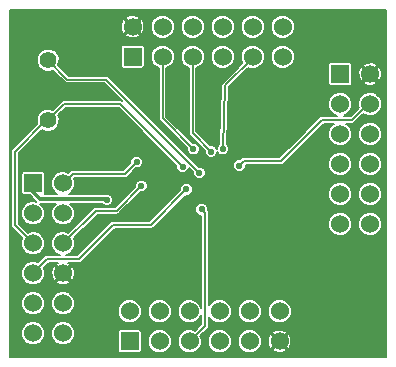
<source format=gbl>
G04 (created by PCBNEW (25-Oct-2014 BZR 4029)-stable) date Tue 03 Feb 2015 19:56:06 CET*
%MOIN*%
G04 Gerber Fmt 3.4, Leading zero omitted, Abs format*
%FSLAX34Y34*%
G01*
G70*
G90*
G04 APERTURE LIST*
%ADD10C,0.006*%
%ADD11R,0.06X0.06*%
%ADD12C,0.06*%
%ADD13C,0.056*%
%ADD14C,0.0217*%
%ADD15C,0.0118*%
%ADD16C,0.0059*%
G04 APERTURE END LIST*
G54D10*
G54D11*
X30405Y-31653D03*
G54D12*
X31405Y-31653D03*
X30405Y-32653D03*
X31405Y-32653D03*
X30405Y-33653D03*
X31405Y-33653D03*
X30405Y-34653D03*
X31405Y-34653D03*
X30405Y-35653D03*
X31405Y-35653D03*
X30405Y-36653D03*
X31405Y-36653D03*
G54D11*
X33720Y-27429D03*
G54D12*
X33720Y-26429D03*
X34720Y-27429D03*
X34720Y-26429D03*
X35720Y-27429D03*
X35720Y-26429D03*
X36720Y-27429D03*
X36720Y-26429D03*
X37720Y-27429D03*
X37720Y-26429D03*
X38720Y-27429D03*
X38720Y-26429D03*
G54D11*
X40641Y-28011D03*
G54D12*
X41641Y-28011D03*
X40641Y-29011D03*
X41641Y-29011D03*
X40641Y-30011D03*
X41641Y-30011D03*
X40641Y-31011D03*
X41641Y-31011D03*
X40641Y-32011D03*
X41641Y-32011D03*
X40641Y-33011D03*
X41641Y-33011D03*
G54D11*
X33622Y-36917D03*
G54D12*
X33622Y-35917D03*
X34622Y-36917D03*
X34622Y-35917D03*
X35622Y-36917D03*
X35622Y-35917D03*
X36622Y-36917D03*
X36622Y-35917D03*
X37622Y-36917D03*
X37622Y-35917D03*
X38622Y-36917D03*
X38622Y-35917D03*
G54D13*
X30905Y-27543D03*
X30905Y-29543D03*
G54D14*
X36338Y-30590D03*
X35511Y-31850D03*
X35393Y-31102D03*
X35944Y-31299D03*
X34015Y-31732D03*
X37283Y-31062D03*
X36023Y-32519D03*
X36732Y-30511D03*
X35748Y-30511D03*
X33858Y-30944D03*
X32874Y-32204D03*
X37401Y-33858D03*
X38543Y-29960D03*
X33031Y-29960D03*
X35157Y-28307D03*
X35511Y-32283D03*
X40039Y-34212D03*
X37303Y-30649D03*
G54D10*
X35720Y-29972D02*
X35720Y-27429D01*
X36338Y-30590D02*
X35720Y-29972D01*
X30405Y-34653D02*
X30405Y-34633D01*
X31929Y-34173D02*
X30866Y-34173D01*
X33070Y-33031D02*
X31929Y-34173D01*
X34330Y-33031D02*
X33070Y-33031D01*
X35511Y-31850D02*
X34330Y-33031D01*
X30405Y-34633D02*
X30866Y-34173D01*
X31433Y-29015D02*
X30905Y-29543D01*
X33307Y-29015D02*
X31433Y-29015D01*
X35393Y-31102D02*
X33307Y-29015D01*
X30905Y-29543D02*
X30850Y-29543D01*
X29803Y-33051D02*
X30405Y-33653D01*
X29803Y-30590D02*
X29803Y-33051D01*
X30850Y-29543D02*
X29803Y-30590D01*
X31551Y-28188D02*
X30905Y-27543D01*
X32834Y-28188D02*
X31551Y-28188D01*
X35944Y-31299D02*
X32834Y-28188D01*
X32500Y-32559D02*
X31405Y-33653D01*
X33188Y-32559D02*
X32500Y-32559D01*
X34015Y-31732D02*
X33188Y-32559D01*
X41641Y-29011D02*
X41559Y-29011D01*
X38661Y-30905D02*
X40039Y-29527D01*
X37440Y-30905D02*
X38326Y-30905D01*
X37283Y-31062D02*
X37440Y-30905D01*
X38326Y-30905D02*
X38661Y-30905D01*
X41043Y-29527D02*
X40039Y-29527D01*
X41559Y-29011D02*
X41043Y-29527D01*
X36141Y-36397D02*
X35622Y-36917D01*
X36141Y-32637D02*
X36141Y-36397D01*
X36023Y-32519D02*
X36141Y-32637D01*
X37720Y-27476D02*
X37720Y-27429D01*
X36811Y-28385D02*
X37720Y-27476D01*
X36732Y-30511D02*
X36811Y-28385D01*
X34720Y-29484D02*
X34720Y-27429D01*
X35748Y-30511D02*
X34720Y-29484D01*
X31720Y-31338D02*
X31405Y-31653D01*
X33464Y-31338D02*
X31720Y-31338D01*
X33858Y-30944D02*
X33464Y-31338D01*
G54D15*
X30748Y-32165D02*
X30629Y-32165D01*
X32834Y-32165D02*
X30748Y-32165D01*
X32874Y-32204D02*
X32834Y-32165D01*
X30405Y-31940D02*
X30405Y-31653D01*
X30629Y-32165D02*
X30405Y-31940D01*
G54D10*
G36*
X42175Y-37450D02*
X42042Y-37450D01*
X42042Y-32932D01*
X42042Y-31932D01*
X42042Y-30932D01*
X42042Y-29932D01*
X42042Y-28932D01*
X42032Y-28909D01*
X42032Y-28075D01*
X42027Y-27920D01*
X41978Y-27803D01*
X41926Y-27769D01*
X41884Y-27810D01*
X41884Y-27727D01*
X41850Y-27674D01*
X41705Y-27620D01*
X41550Y-27626D01*
X41433Y-27674D01*
X41398Y-27727D01*
X41641Y-27970D01*
X41884Y-27727D01*
X41884Y-27810D01*
X41683Y-28011D01*
X41926Y-28254D01*
X41978Y-28220D01*
X42032Y-28075D01*
X42032Y-28909D01*
X41981Y-28785D01*
X41884Y-28688D01*
X41884Y-28296D01*
X41641Y-28053D01*
X41600Y-28095D01*
X41600Y-28011D01*
X41357Y-27769D01*
X41304Y-27803D01*
X41250Y-27948D01*
X41256Y-28102D01*
X41304Y-28220D01*
X41357Y-28254D01*
X41600Y-28011D01*
X41600Y-28095D01*
X41398Y-28296D01*
X41433Y-28348D01*
X41578Y-28402D01*
X41732Y-28397D01*
X41850Y-28348D01*
X41884Y-28296D01*
X41884Y-28688D01*
X41868Y-28672D01*
X41721Y-28611D01*
X41562Y-28611D01*
X41415Y-28672D01*
X41302Y-28784D01*
X41241Y-28931D01*
X41241Y-29091D01*
X41257Y-29129D01*
X40989Y-29397D01*
X40757Y-29397D01*
X40868Y-29351D01*
X40981Y-29238D01*
X41042Y-29091D01*
X41042Y-28932D01*
X41042Y-28932D01*
X41042Y-28291D01*
X41042Y-27691D01*
X41026Y-27654D01*
X40998Y-27626D01*
X40961Y-27611D01*
X40921Y-27611D01*
X40321Y-27611D01*
X40284Y-27626D01*
X40256Y-27654D01*
X40241Y-27691D01*
X40241Y-27731D01*
X40241Y-28331D01*
X40256Y-28368D01*
X40284Y-28396D01*
X40321Y-28412D01*
X40361Y-28412D01*
X40961Y-28412D01*
X40998Y-28397D01*
X41026Y-28368D01*
X41042Y-28331D01*
X41042Y-28291D01*
X41042Y-28932D01*
X40981Y-28785D01*
X40868Y-28672D01*
X40721Y-28611D01*
X40562Y-28611D01*
X40415Y-28672D01*
X40302Y-28784D01*
X40241Y-28931D01*
X40241Y-29091D01*
X40302Y-29238D01*
X40414Y-29351D01*
X40525Y-29397D01*
X40039Y-29397D01*
X39989Y-29407D01*
X39947Y-29435D01*
X39121Y-30261D01*
X39121Y-27349D01*
X39121Y-26349D01*
X39060Y-26202D01*
X38947Y-26089D01*
X38800Y-26028D01*
X38641Y-26028D01*
X38493Y-26089D01*
X38381Y-26201D01*
X38320Y-26349D01*
X38319Y-26508D01*
X38380Y-26655D01*
X38493Y-26768D01*
X38640Y-26829D01*
X38799Y-26829D01*
X38947Y-26768D01*
X39059Y-26656D01*
X39120Y-26509D01*
X39121Y-26349D01*
X39121Y-27349D01*
X39060Y-27202D01*
X38947Y-27089D01*
X38800Y-27028D01*
X38641Y-27028D01*
X38493Y-27089D01*
X38381Y-27201D01*
X38320Y-27349D01*
X38319Y-27508D01*
X38380Y-27655D01*
X38493Y-27768D01*
X38640Y-27829D01*
X38799Y-27829D01*
X38947Y-27768D01*
X39059Y-27656D01*
X39120Y-27509D01*
X39121Y-27349D01*
X39121Y-30261D01*
X38607Y-30775D01*
X38326Y-30775D01*
X38121Y-30775D01*
X38121Y-27349D01*
X38121Y-26349D01*
X38060Y-26202D01*
X37947Y-26089D01*
X37800Y-26028D01*
X37641Y-26028D01*
X37493Y-26089D01*
X37381Y-26201D01*
X37320Y-26349D01*
X37319Y-26508D01*
X37380Y-26655D01*
X37493Y-26768D01*
X37640Y-26829D01*
X37799Y-26829D01*
X37947Y-26768D01*
X38059Y-26656D01*
X38120Y-26509D01*
X38121Y-26349D01*
X38121Y-27349D01*
X38060Y-27202D01*
X37947Y-27089D01*
X37800Y-27028D01*
X37641Y-27028D01*
X37493Y-27089D01*
X37381Y-27201D01*
X37320Y-27349D01*
X37319Y-27508D01*
X37373Y-27638D01*
X37121Y-27891D01*
X37121Y-27349D01*
X37121Y-26349D01*
X37060Y-26202D01*
X36947Y-26089D01*
X36800Y-26028D01*
X36641Y-26028D01*
X36493Y-26089D01*
X36381Y-26201D01*
X36320Y-26349D01*
X36319Y-26508D01*
X36380Y-26655D01*
X36493Y-26768D01*
X36640Y-26829D01*
X36799Y-26829D01*
X36947Y-26768D01*
X37059Y-26656D01*
X37120Y-26509D01*
X37121Y-26349D01*
X37121Y-27349D01*
X37060Y-27202D01*
X36947Y-27089D01*
X36800Y-27028D01*
X36641Y-27028D01*
X36493Y-27089D01*
X36381Y-27201D01*
X36320Y-27349D01*
X36319Y-27508D01*
X36380Y-27655D01*
X36493Y-27768D01*
X36640Y-27829D01*
X36799Y-27829D01*
X36947Y-27768D01*
X37059Y-27656D01*
X37120Y-27509D01*
X37121Y-27349D01*
X37121Y-27891D01*
X36723Y-28289D01*
X36721Y-28290D01*
X36719Y-28292D01*
X36718Y-28293D01*
X36715Y-28298D01*
X36691Y-28331D01*
X36690Y-28335D01*
X36690Y-28335D01*
X36690Y-28338D01*
X36679Y-28381D01*
X36608Y-30340D01*
X36555Y-30393D01*
X36523Y-30470D01*
X36523Y-30490D01*
X36515Y-30472D01*
X36457Y-30413D01*
X36380Y-30381D01*
X36314Y-30381D01*
X35850Y-29918D01*
X35850Y-27808D01*
X35947Y-27768D01*
X36059Y-27656D01*
X36120Y-27509D01*
X36121Y-27349D01*
X36121Y-26349D01*
X36060Y-26202D01*
X35947Y-26089D01*
X35800Y-26028D01*
X35641Y-26028D01*
X35493Y-26089D01*
X35381Y-26201D01*
X35320Y-26349D01*
X35319Y-26508D01*
X35380Y-26655D01*
X35493Y-26768D01*
X35640Y-26829D01*
X35799Y-26829D01*
X35947Y-26768D01*
X36059Y-26656D01*
X36120Y-26509D01*
X36121Y-26349D01*
X36121Y-27349D01*
X36060Y-27202D01*
X35947Y-27089D01*
X35800Y-27028D01*
X35641Y-27028D01*
X35493Y-27089D01*
X35381Y-27201D01*
X35320Y-27349D01*
X35319Y-27508D01*
X35380Y-27655D01*
X35493Y-27768D01*
X35590Y-27808D01*
X35590Y-29972D01*
X35599Y-30022D01*
X35628Y-30064D01*
X36129Y-30566D01*
X36129Y-30631D01*
X36161Y-30708D01*
X36220Y-30767D01*
X36296Y-30799D01*
X36379Y-30799D01*
X36456Y-30767D01*
X36515Y-30709D01*
X36547Y-30632D01*
X36547Y-30611D01*
X36555Y-30630D01*
X36613Y-30688D01*
X36690Y-30720D01*
X36773Y-30720D01*
X36850Y-30689D01*
X36909Y-30630D01*
X36941Y-30553D01*
X36941Y-30470D01*
X36909Y-30393D01*
X36868Y-30352D01*
X36938Y-28442D01*
X37577Y-27803D01*
X37640Y-27829D01*
X37799Y-27829D01*
X37947Y-27768D01*
X38059Y-27656D01*
X38120Y-27509D01*
X38121Y-27349D01*
X38121Y-30775D01*
X37440Y-30775D01*
X37391Y-30784D01*
X37348Y-30813D01*
X37307Y-30854D01*
X37242Y-30853D01*
X37165Y-30885D01*
X37106Y-30944D01*
X37074Y-31021D01*
X37074Y-31104D01*
X37106Y-31181D01*
X37164Y-31240D01*
X37241Y-31271D01*
X37324Y-31271D01*
X37401Y-31240D01*
X37460Y-31181D01*
X37492Y-31104D01*
X37492Y-31038D01*
X37494Y-31035D01*
X38326Y-31035D01*
X38661Y-31035D01*
X38711Y-31026D01*
X38753Y-30997D01*
X40093Y-29658D01*
X40449Y-29658D01*
X40415Y-29672D01*
X40302Y-29784D01*
X40241Y-29931D01*
X40241Y-30091D01*
X40302Y-30238D01*
X40414Y-30351D01*
X40561Y-30412D01*
X40721Y-30412D01*
X40868Y-30351D01*
X40981Y-30238D01*
X41042Y-30091D01*
X41042Y-29932D01*
X40981Y-29785D01*
X40868Y-29672D01*
X40833Y-29658D01*
X41043Y-29658D01*
X41093Y-29648D01*
X41135Y-29619D01*
X41409Y-29345D01*
X41414Y-29351D01*
X41561Y-29412D01*
X41721Y-29412D01*
X41868Y-29351D01*
X41981Y-29238D01*
X42042Y-29091D01*
X42042Y-28932D01*
X42042Y-29932D01*
X41981Y-29785D01*
X41868Y-29672D01*
X41721Y-29611D01*
X41562Y-29611D01*
X41415Y-29672D01*
X41302Y-29784D01*
X41241Y-29931D01*
X41241Y-30091D01*
X41302Y-30238D01*
X41414Y-30351D01*
X41561Y-30412D01*
X41721Y-30412D01*
X41868Y-30351D01*
X41981Y-30238D01*
X42042Y-30091D01*
X42042Y-29932D01*
X42042Y-30932D01*
X41981Y-30785D01*
X41868Y-30672D01*
X41721Y-30611D01*
X41562Y-30611D01*
X41415Y-30672D01*
X41302Y-30784D01*
X41241Y-30931D01*
X41241Y-31091D01*
X41302Y-31238D01*
X41414Y-31351D01*
X41561Y-31412D01*
X41721Y-31412D01*
X41868Y-31351D01*
X41981Y-31238D01*
X42042Y-31091D01*
X42042Y-30932D01*
X42042Y-31932D01*
X41981Y-31785D01*
X41868Y-31672D01*
X41721Y-31611D01*
X41562Y-31611D01*
X41415Y-31672D01*
X41302Y-31784D01*
X41241Y-31931D01*
X41241Y-32091D01*
X41302Y-32238D01*
X41414Y-32351D01*
X41561Y-32412D01*
X41721Y-32412D01*
X41868Y-32351D01*
X41981Y-32238D01*
X42042Y-32091D01*
X42042Y-31932D01*
X42042Y-32932D01*
X41981Y-32785D01*
X41868Y-32672D01*
X41721Y-32611D01*
X41562Y-32611D01*
X41415Y-32672D01*
X41302Y-32784D01*
X41241Y-32931D01*
X41241Y-33091D01*
X41302Y-33238D01*
X41414Y-33351D01*
X41561Y-33412D01*
X41721Y-33412D01*
X41868Y-33351D01*
X41981Y-33238D01*
X42042Y-33091D01*
X42042Y-32932D01*
X42042Y-37450D01*
X41042Y-37450D01*
X41042Y-32932D01*
X41042Y-31932D01*
X41042Y-30932D01*
X40981Y-30785D01*
X40868Y-30672D01*
X40721Y-30611D01*
X40562Y-30611D01*
X40415Y-30672D01*
X40302Y-30784D01*
X40241Y-30931D01*
X40241Y-31091D01*
X40302Y-31238D01*
X40414Y-31351D01*
X40561Y-31412D01*
X40721Y-31412D01*
X40868Y-31351D01*
X40981Y-31238D01*
X41042Y-31091D01*
X41042Y-30932D01*
X41042Y-31932D01*
X40981Y-31785D01*
X40868Y-31672D01*
X40721Y-31611D01*
X40562Y-31611D01*
X40415Y-31672D01*
X40302Y-31784D01*
X40241Y-31931D01*
X40241Y-32091D01*
X40302Y-32238D01*
X40414Y-32351D01*
X40561Y-32412D01*
X40721Y-32412D01*
X40868Y-32351D01*
X40981Y-32238D01*
X41042Y-32091D01*
X41042Y-31932D01*
X41042Y-32932D01*
X40981Y-32785D01*
X40868Y-32672D01*
X40721Y-32611D01*
X40562Y-32611D01*
X40415Y-32672D01*
X40302Y-32784D01*
X40241Y-32931D01*
X40241Y-33091D01*
X40302Y-33238D01*
X40414Y-33351D01*
X40561Y-33412D01*
X40721Y-33412D01*
X40868Y-33351D01*
X40981Y-33238D01*
X41042Y-33091D01*
X41042Y-32932D01*
X41042Y-37450D01*
X39022Y-37450D01*
X39022Y-35838D01*
X38961Y-35690D01*
X38849Y-35578D01*
X38702Y-35516D01*
X38542Y-35516D01*
X38395Y-35577D01*
X38282Y-35690D01*
X38221Y-35837D01*
X38221Y-35996D01*
X38282Y-36143D01*
X38394Y-36256D01*
X38542Y-36317D01*
X38701Y-36317D01*
X38848Y-36257D01*
X38961Y-36144D01*
X39022Y-35997D01*
X39022Y-35838D01*
X39022Y-37450D01*
X39013Y-37450D01*
X39013Y-36980D01*
X39007Y-36826D01*
X38958Y-36709D01*
X38906Y-36674D01*
X38864Y-36716D01*
X38864Y-36632D01*
X38830Y-36580D01*
X38685Y-36526D01*
X38531Y-36531D01*
X38413Y-36580D01*
X38379Y-36632D01*
X38622Y-36875D01*
X38864Y-36632D01*
X38864Y-36716D01*
X38663Y-36917D01*
X38906Y-37160D01*
X38958Y-37125D01*
X39013Y-36980D01*
X39013Y-37450D01*
X38864Y-37450D01*
X38864Y-37201D01*
X38622Y-36959D01*
X38580Y-37000D01*
X38580Y-36917D01*
X38337Y-36674D01*
X38285Y-36709D01*
X38231Y-36853D01*
X38236Y-37008D01*
X38285Y-37125D01*
X38337Y-37160D01*
X38580Y-36917D01*
X38580Y-37000D01*
X38379Y-37201D01*
X38413Y-37254D01*
X38558Y-37308D01*
X38712Y-37302D01*
X38830Y-37254D01*
X38864Y-37201D01*
X38864Y-37450D01*
X38022Y-37450D01*
X38022Y-36838D01*
X38022Y-35838D01*
X37961Y-35690D01*
X37849Y-35578D01*
X37702Y-35516D01*
X37542Y-35516D01*
X37395Y-35577D01*
X37282Y-35690D01*
X37221Y-35837D01*
X37221Y-35996D01*
X37282Y-36143D01*
X37394Y-36256D01*
X37542Y-36317D01*
X37701Y-36317D01*
X37848Y-36257D01*
X37961Y-36144D01*
X38022Y-35997D01*
X38022Y-35838D01*
X38022Y-36838D01*
X37961Y-36690D01*
X37849Y-36578D01*
X37702Y-36516D01*
X37542Y-36516D01*
X37395Y-36577D01*
X37282Y-36690D01*
X37221Y-36837D01*
X37221Y-36996D01*
X37282Y-37143D01*
X37394Y-37256D01*
X37542Y-37317D01*
X37701Y-37317D01*
X37848Y-37257D01*
X37961Y-37144D01*
X38022Y-36997D01*
X38022Y-36838D01*
X38022Y-37450D01*
X37022Y-37450D01*
X37022Y-36838D01*
X37022Y-35838D01*
X36961Y-35690D01*
X36849Y-35578D01*
X36702Y-35516D01*
X36542Y-35516D01*
X36395Y-35577D01*
X36282Y-35690D01*
X36272Y-35715D01*
X36272Y-32637D01*
X36262Y-32587D01*
X36233Y-32545D01*
X36232Y-32544D01*
X36232Y-32478D01*
X36200Y-32401D01*
X36153Y-32354D01*
X36153Y-31257D01*
X36122Y-31181D01*
X36063Y-31122D01*
X35986Y-31090D01*
X35957Y-31090D01*
X35957Y-30470D01*
X35925Y-30393D01*
X35866Y-30334D01*
X35789Y-30302D01*
X35723Y-30302D01*
X34850Y-29430D01*
X34850Y-27808D01*
X34947Y-27768D01*
X35059Y-27656D01*
X35120Y-27509D01*
X35121Y-27349D01*
X35121Y-26349D01*
X35060Y-26202D01*
X34947Y-26089D01*
X34800Y-26028D01*
X34641Y-26028D01*
X34493Y-26089D01*
X34381Y-26201D01*
X34320Y-26349D01*
X34319Y-26508D01*
X34380Y-26655D01*
X34493Y-26768D01*
X34640Y-26829D01*
X34799Y-26829D01*
X34947Y-26768D01*
X35059Y-26656D01*
X35120Y-26509D01*
X35121Y-26349D01*
X35121Y-27349D01*
X35060Y-27202D01*
X34947Y-27089D01*
X34800Y-27028D01*
X34641Y-27028D01*
X34493Y-27089D01*
X34381Y-27201D01*
X34320Y-27349D01*
X34319Y-27508D01*
X34380Y-27655D01*
X34493Y-27768D01*
X34590Y-27808D01*
X34590Y-29484D01*
X34599Y-29534D01*
X34628Y-29576D01*
X35539Y-30487D01*
X35539Y-30553D01*
X35570Y-30630D01*
X35629Y-30688D01*
X35706Y-30720D01*
X35789Y-30720D01*
X35866Y-30689D01*
X35925Y-30630D01*
X35956Y-30553D01*
X35957Y-30470D01*
X35957Y-31090D01*
X35920Y-31090D01*
X34120Y-29290D01*
X34120Y-27709D01*
X34120Y-27109D01*
X34111Y-27086D01*
X34111Y-26492D01*
X34106Y-26338D01*
X34057Y-26220D01*
X34004Y-26186D01*
X33963Y-26228D01*
X33963Y-26144D01*
X33928Y-26092D01*
X33784Y-26038D01*
X33629Y-26043D01*
X33512Y-26092D01*
X33477Y-26144D01*
X33720Y-26387D01*
X33963Y-26144D01*
X33963Y-26228D01*
X33762Y-26429D01*
X34004Y-26671D01*
X34057Y-26637D01*
X34111Y-26492D01*
X34111Y-27086D01*
X34105Y-27072D01*
X34077Y-27044D01*
X34040Y-27028D01*
X34000Y-27028D01*
X33963Y-27028D01*
X33963Y-26713D01*
X33720Y-26470D01*
X33678Y-26512D01*
X33678Y-26429D01*
X33435Y-26186D01*
X33383Y-26220D01*
X33329Y-26365D01*
X33334Y-26520D01*
X33383Y-26637D01*
X33435Y-26671D01*
X33678Y-26429D01*
X33678Y-26512D01*
X33477Y-26713D01*
X33512Y-26766D01*
X33656Y-26820D01*
X33811Y-26814D01*
X33928Y-26766D01*
X33963Y-26713D01*
X33963Y-27028D01*
X33400Y-27028D01*
X33363Y-27043D01*
X33335Y-27072D01*
X33320Y-27109D01*
X33319Y-27149D01*
X33319Y-27749D01*
X33335Y-27785D01*
X33363Y-27814D01*
X33400Y-27829D01*
X33440Y-27829D01*
X34040Y-27829D01*
X34077Y-27814D01*
X34105Y-27786D01*
X34120Y-27749D01*
X34120Y-27709D01*
X34120Y-29290D01*
X32926Y-28096D01*
X32884Y-28068D01*
X32834Y-28058D01*
X31605Y-28058D01*
X31250Y-27704D01*
X31285Y-27619D01*
X31286Y-27467D01*
X31228Y-27328D01*
X31121Y-27220D01*
X30981Y-27162D01*
X30830Y-27162D01*
X30690Y-27220D01*
X30583Y-27327D01*
X30525Y-27467D01*
X30524Y-27618D01*
X30582Y-27758D01*
X30689Y-27865D01*
X30829Y-27923D01*
X30980Y-27923D01*
X31066Y-27888D01*
X31458Y-28281D01*
X31501Y-28309D01*
X31551Y-28319D01*
X32780Y-28319D01*
X33356Y-28895D01*
X33307Y-28885D01*
X31433Y-28885D01*
X31383Y-28895D01*
X31340Y-28923D01*
X31066Y-29198D01*
X30981Y-29162D01*
X30830Y-29162D01*
X30690Y-29220D01*
X30583Y-29327D01*
X30525Y-29467D01*
X30524Y-29618D01*
X30544Y-29665D01*
X29710Y-30498D01*
X29682Y-30540D01*
X29672Y-30590D01*
X29672Y-33051D01*
X29682Y-33101D01*
X29710Y-33143D01*
X30044Y-33477D01*
X30005Y-33573D01*
X30004Y-33732D01*
X30065Y-33880D01*
X30178Y-33992D01*
X30325Y-34053D01*
X30484Y-34054D01*
X30632Y-33993D01*
X30744Y-33880D01*
X30805Y-33733D01*
X30806Y-33574D01*
X30745Y-33426D01*
X30632Y-33314D01*
X30485Y-33253D01*
X30326Y-33253D01*
X30229Y-33292D01*
X29933Y-32997D01*
X29933Y-30644D01*
X30705Y-29872D01*
X30829Y-29923D01*
X30980Y-29923D01*
X31120Y-29866D01*
X31227Y-29759D01*
X31285Y-29619D01*
X31286Y-29467D01*
X31250Y-29382D01*
X31487Y-29146D01*
X33253Y-29146D01*
X35184Y-31077D01*
X35184Y-31143D01*
X35216Y-31220D01*
X35275Y-31279D01*
X35351Y-31311D01*
X35435Y-31311D01*
X35511Y-31279D01*
X35570Y-31220D01*
X35602Y-31144D01*
X35602Y-31141D01*
X35735Y-31274D01*
X35735Y-31340D01*
X35767Y-31417D01*
X35826Y-31476D01*
X35903Y-31508D01*
X35986Y-31508D01*
X36063Y-31476D01*
X36121Y-31417D01*
X36153Y-31340D01*
X36153Y-31257D01*
X36153Y-32354D01*
X36142Y-32342D01*
X36065Y-32310D01*
X35982Y-32310D01*
X35905Y-32342D01*
X35846Y-32401D01*
X35814Y-32477D01*
X35814Y-32561D01*
X35846Y-32637D01*
X35905Y-32696D01*
X35981Y-32728D01*
X36011Y-32728D01*
X36011Y-35810D01*
X35961Y-35690D01*
X35849Y-35578D01*
X35720Y-35524D01*
X35720Y-31809D01*
X35689Y-31732D01*
X35630Y-31673D01*
X35553Y-31641D01*
X35470Y-31641D01*
X35393Y-31673D01*
X35334Y-31731D01*
X35302Y-31808D01*
X35302Y-31874D01*
X34276Y-32901D01*
X33070Y-32901D01*
X33020Y-32910D01*
X32978Y-32939D01*
X31875Y-34042D01*
X31512Y-34042D01*
X31632Y-33993D01*
X31744Y-33880D01*
X31805Y-33733D01*
X31806Y-33574D01*
X31766Y-33477D01*
X32554Y-32689D01*
X33188Y-32689D01*
X33238Y-32679D01*
X33281Y-32651D01*
X33991Y-31941D01*
X34057Y-31941D01*
X34133Y-31909D01*
X34192Y-31850D01*
X34224Y-31774D01*
X34224Y-31690D01*
X34192Y-31614D01*
X34134Y-31555D01*
X34067Y-31527D01*
X34067Y-30903D01*
X34035Y-30826D01*
X33976Y-30767D01*
X33900Y-30735D01*
X33816Y-30735D01*
X33740Y-30767D01*
X33681Y-30826D01*
X33649Y-30903D01*
X33649Y-30969D01*
X33410Y-31208D01*
X31720Y-31208D01*
X31670Y-31218D01*
X31628Y-31246D01*
X31628Y-31246D01*
X31628Y-31246D01*
X31581Y-31293D01*
X31485Y-31253D01*
X31326Y-31253D01*
X31178Y-31313D01*
X31066Y-31426D01*
X31005Y-31573D01*
X31004Y-31732D01*
X31065Y-31880D01*
X31178Y-31992D01*
X31209Y-32005D01*
X30792Y-32005D01*
X30805Y-31973D01*
X30805Y-31933D01*
X30805Y-31333D01*
X30790Y-31296D01*
X30762Y-31268D01*
X30725Y-31253D01*
X30685Y-31253D01*
X30085Y-31253D01*
X30048Y-31268D01*
X30020Y-31296D01*
X30005Y-31333D01*
X30005Y-31373D01*
X30005Y-31973D01*
X30020Y-32010D01*
X30048Y-32038D01*
X30085Y-32053D01*
X30125Y-32054D01*
X30293Y-32054D01*
X30496Y-32257D01*
X30485Y-32253D01*
X30326Y-32253D01*
X30178Y-32313D01*
X30066Y-32426D01*
X30005Y-32573D01*
X30004Y-32732D01*
X30065Y-32880D01*
X30178Y-32992D01*
X30325Y-33053D01*
X30484Y-33054D01*
X30632Y-32993D01*
X30744Y-32880D01*
X30805Y-32733D01*
X30806Y-32574D01*
X30745Y-32426D01*
X30643Y-32324D01*
X30748Y-32324D01*
X31167Y-32324D01*
X31066Y-32426D01*
X31005Y-32573D01*
X31004Y-32732D01*
X31065Y-32880D01*
X31178Y-32992D01*
X31325Y-33053D01*
X31484Y-33054D01*
X31632Y-32993D01*
X31744Y-32880D01*
X31805Y-32733D01*
X31806Y-32574D01*
X31745Y-32426D01*
X31643Y-32324D01*
X32698Y-32324D01*
X32755Y-32381D01*
X32832Y-32413D01*
X32915Y-32413D01*
X32992Y-32381D01*
X33051Y-32323D01*
X33082Y-32246D01*
X33083Y-32163D01*
X33051Y-32086D01*
X32992Y-32027D01*
X32915Y-31995D01*
X32832Y-31995D01*
X32808Y-32005D01*
X31601Y-32005D01*
X31632Y-31993D01*
X31744Y-31880D01*
X31805Y-31733D01*
X31806Y-31574D01*
X31766Y-31477D01*
X31774Y-31469D01*
X33464Y-31469D01*
X33514Y-31459D01*
X33556Y-31430D01*
X33833Y-31153D01*
X33899Y-31153D01*
X33976Y-31122D01*
X34035Y-31063D01*
X34067Y-30986D01*
X34067Y-30903D01*
X34067Y-31527D01*
X34057Y-31523D01*
X33974Y-31523D01*
X33897Y-31555D01*
X33838Y-31613D01*
X33806Y-31690D01*
X33806Y-31756D01*
X33134Y-32428D01*
X32500Y-32428D01*
X32450Y-32438D01*
X32407Y-32466D01*
X32407Y-32466D01*
X31581Y-33293D01*
X31485Y-33253D01*
X31326Y-33253D01*
X31178Y-33313D01*
X31066Y-33426D01*
X31005Y-33573D01*
X31004Y-33732D01*
X31065Y-33880D01*
X31178Y-33992D01*
X31298Y-34042D01*
X30866Y-34042D01*
X30816Y-34052D01*
X30773Y-34080D01*
X30773Y-34080D01*
X30773Y-34080D01*
X30567Y-34287D01*
X30485Y-34253D01*
X30326Y-34253D01*
X30178Y-34313D01*
X30066Y-34426D01*
X30005Y-34573D01*
X30004Y-34732D01*
X30065Y-34880D01*
X30178Y-34992D01*
X30325Y-35053D01*
X30484Y-35054D01*
X30632Y-34993D01*
X30744Y-34880D01*
X30805Y-34733D01*
X30806Y-34574D01*
X30760Y-34463D01*
X30920Y-34303D01*
X31228Y-34303D01*
X31197Y-34316D01*
X31162Y-34369D01*
X31405Y-34611D01*
X31648Y-34369D01*
X31613Y-34316D01*
X31579Y-34303D01*
X31929Y-34303D01*
X31979Y-34293D01*
X32021Y-34265D01*
X33124Y-33161D01*
X34330Y-33161D01*
X34380Y-33152D01*
X34422Y-33123D01*
X35487Y-32059D01*
X35553Y-32059D01*
X35630Y-32027D01*
X35688Y-31968D01*
X35720Y-31892D01*
X35720Y-31809D01*
X35720Y-35524D01*
X35702Y-35516D01*
X35542Y-35516D01*
X35395Y-35577D01*
X35282Y-35690D01*
X35221Y-35837D01*
X35221Y-35996D01*
X35282Y-36143D01*
X35394Y-36256D01*
X35542Y-36317D01*
X35701Y-36317D01*
X35848Y-36257D01*
X35961Y-36144D01*
X36011Y-36024D01*
X36011Y-36343D01*
X35798Y-36556D01*
X35702Y-36516D01*
X35542Y-36516D01*
X35395Y-36577D01*
X35282Y-36690D01*
X35221Y-36837D01*
X35221Y-36996D01*
X35282Y-37143D01*
X35394Y-37256D01*
X35542Y-37317D01*
X35701Y-37317D01*
X35848Y-37257D01*
X35961Y-37144D01*
X36022Y-36997D01*
X36022Y-36838D01*
X35982Y-36741D01*
X36233Y-36489D01*
X36233Y-36489D01*
X36233Y-36489D01*
X36262Y-36447D01*
X36262Y-36447D01*
X36272Y-36397D01*
X36272Y-36397D01*
X36272Y-36119D01*
X36282Y-36143D01*
X36394Y-36256D01*
X36542Y-36317D01*
X36701Y-36317D01*
X36848Y-36257D01*
X36961Y-36144D01*
X37022Y-35997D01*
X37022Y-35838D01*
X37022Y-36838D01*
X36961Y-36690D01*
X36849Y-36578D01*
X36702Y-36516D01*
X36542Y-36516D01*
X36395Y-36577D01*
X36282Y-36690D01*
X36221Y-36837D01*
X36221Y-36996D01*
X36282Y-37143D01*
X36394Y-37256D01*
X36542Y-37317D01*
X36701Y-37317D01*
X36848Y-37257D01*
X36961Y-37144D01*
X37022Y-36997D01*
X37022Y-36838D01*
X37022Y-37450D01*
X35022Y-37450D01*
X35022Y-36838D01*
X35022Y-35838D01*
X34961Y-35690D01*
X34849Y-35578D01*
X34702Y-35516D01*
X34542Y-35516D01*
X34395Y-35577D01*
X34282Y-35690D01*
X34221Y-35837D01*
X34221Y-35996D01*
X34282Y-36143D01*
X34394Y-36256D01*
X34542Y-36317D01*
X34701Y-36317D01*
X34848Y-36257D01*
X34961Y-36144D01*
X35022Y-35997D01*
X35022Y-35838D01*
X35022Y-36838D01*
X34961Y-36690D01*
X34849Y-36578D01*
X34702Y-36516D01*
X34542Y-36516D01*
X34395Y-36577D01*
X34282Y-36690D01*
X34221Y-36837D01*
X34221Y-36996D01*
X34282Y-37143D01*
X34394Y-37256D01*
X34542Y-37317D01*
X34701Y-37317D01*
X34848Y-37257D01*
X34961Y-37144D01*
X35022Y-36997D01*
X35022Y-36838D01*
X35022Y-37450D01*
X34022Y-37450D01*
X34022Y-35838D01*
X33961Y-35690D01*
X33849Y-35578D01*
X33702Y-35516D01*
X33542Y-35516D01*
X33395Y-35577D01*
X33282Y-35690D01*
X33221Y-35837D01*
X33221Y-35996D01*
X33282Y-36143D01*
X33394Y-36256D01*
X33542Y-36317D01*
X33701Y-36317D01*
X33848Y-36257D01*
X33961Y-36144D01*
X34022Y-35997D01*
X34022Y-35838D01*
X34022Y-37450D01*
X34022Y-37450D01*
X34022Y-37197D01*
X34022Y-36597D01*
X34007Y-36560D01*
X33979Y-36532D01*
X33942Y-36516D01*
X33902Y-36516D01*
X33302Y-36516D01*
X33265Y-36532D01*
X33236Y-36560D01*
X33221Y-36597D01*
X33221Y-36637D01*
X33221Y-37237D01*
X33236Y-37274D01*
X33265Y-37302D01*
X33301Y-37317D01*
X33341Y-37317D01*
X33941Y-37317D01*
X33978Y-37302D01*
X34007Y-37274D01*
X34022Y-37237D01*
X34022Y-37197D01*
X34022Y-37450D01*
X31806Y-37450D01*
X31806Y-36574D01*
X31806Y-35574D01*
X31796Y-35551D01*
X31796Y-34717D01*
X31791Y-34562D01*
X31742Y-34445D01*
X31689Y-34410D01*
X31447Y-34653D01*
X31689Y-34896D01*
X31742Y-34861D01*
X31796Y-34717D01*
X31796Y-35551D01*
X31745Y-35426D01*
X31648Y-35329D01*
X31648Y-34938D01*
X31405Y-34695D01*
X31363Y-34736D01*
X31363Y-34653D01*
X31121Y-34410D01*
X31068Y-34445D01*
X31014Y-34590D01*
X31019Y-34744D01*
X31068Y-34861D01*
X31121Y-34896D01*
X31363Y-34653D01*
X31363Y-34736D01*
X31162Y-34938D01*
X31197Y-34990D01*
X31341Y-35044D01*
X31496Y-35039D01*
X31613Y-34990D01*
X31648Y-34938D01*
X31648Y-35329D01*
X31632Y-35314D01*
X31485Y-35253D01*
X31326Y-35253D01*
X31178Y-35313D01*
X31066Y-35426D01*
X31005Y-35573D01*
X31004Y-35732D01*
X31065Y-35880D01*
X31178Y-35992D01*
X31325Y-36053D01*
X31484Y-36054D01*
X31632Y-35993D01*
X31744Y-35880D01*
X31805Y-35733D01*
X31806Y-35574D01*
X31806Y-36574D01*
X31745Y-36426D01*
X31632Y-36314D01*
X31485Y-36253D01*
X31326Y-36253D01*
X31178Y-36313D01*
X31066Y-36426D01*
X31005Y-36573D01*
X31004Y-36732D01*
X31065Y-36880D01*
X31178Y-36992D01*
X31325Y-37053D01*
X31484Y-37054D01*
X31632Y-36993D01*
X31744Y-36880D01*
X31805Y-36733D01*
X31806Y-36574D01*
X31806Y-37450D01*
X30806Y-37450D01*
X30806Y-36574D01*
X30806Y-35574D01*
X30745Y-35426D01*
X30632Y-35314D01*
X30485Y-35253D01*
X30326Y-35253D01*
X30178Y-35313D01*
X30066Y-35426D01*
X30005Y-35573D01*
X30004Y-35732D01*
X30065Y-35880D01*
X30178Y-35992D01*
X30325Y-36053D01*
X30484Y-36054D01*
X30632Y-35993D01*
X30744Y-35880D01*
X30805Y-35733D01*
X30806Y-35574D01*
X30806Y-36574D01*
X30745Y-36426D01*
X30632Y-36314D01*
X30485Y-36253D01*
X30326Y-36253D01*
X30178Y-36313D01*
X30066Y-36426D01*
X30005Y-36573D01*
X30004Y-36732D01*
X30065Y-36880D01*
X30178Y-36992D01*
X30325Y-37053D01*
X30484Y-37054D01*
X30632Y-36993D01*
X30744Y-36880D01*
X30805Y-36733D01*
X30806Y-36574D01*
X30806Y-37450D01*
X29647Y-37450D01*
X29647Y-25868D01*
X42175Y-25868D01*
X42175Y-37450D01*
X42175Y-37450D01*
G37*
G54D16*
X42175Y-37450D02*
X42042Y-37450D01*
X42042Y-32932D01*
X42042Y-31932D01*
X42042Y-30932D01*
X42042Y-29932D01*
X42042Y-28932D01*
X42032Y-28909D01*
X42032Y-28075D01*
X42027Y-27920D01*
X41978Y-27803D01*
X41926Y-27769D01*
X41884Y-27810D01*
X41884Y-27727D01*
X41850Y-27674D01*
X41705Y-27620D01*
X41550Y-27626D01*
X41433Y-27674D01*
X41398Y-27727D01*
X41641Y-27970D01*
X41884Y-27727D01*
X41884Y-27810D01*
X41683Y-28011D01*
X41926Y-28254D01*
X41978Y-28220D01*
X42032Y-28075D01*
X42032Y-28909D01*
X41981Y-28785D01*
X41884Y-28688D01*
X41884Y-28296D01*
X41641Y-28053D01*
X41600Y-28095D01*
X41600Y-28011D01*
X41357Y-27769D01*
X41304Y-27803D01*
X41250Y-27948D01*
X41256Y-28102D01*
X41304Y-28220D01*
X41357Y-28254D01*
X41600Y-28011D01*
X41600Y-28095D01*
X41398Y-28296D01*
X41433Y-28348D01*
X41578Y-28402D01*
X41732Y-28397D01*
X41850Y-28348D01*
X41884Y-28296D01*
X41884Y-28688D01*
X41868Y-28672D01*
X41721Y-28611D01*
X41562Y-28611D01*
X41415Y-28672D01*
X41302Y-28784D01*
X41241Y-28931D01*
X41241Y-29091D01*
X41257Y-29129D01*
X40989Y-29397D01*
X40757Y-29397D01*
X40868Y-29351D01*
X40981Y-29238D01*
X41042Y-29091D01*
X41042Y-28932D01*
X41042Y-28932D01*
X41042Y-28291D01*
X41042Y-27691D01*
X41026Y-27654D01*
X40998Y-27626D01*
X40961Y-27611D01*
X40921Y-27611D01*
X40321Y-27611D01*
X40284Y-27626D01*
X40256Y-27654D01*
X40241Y-27691D01*
X40241Y-27731D01*
X40241Y-28331D01*
X40256Y-28368D01*
X40284Y-28396D01*
X40321Y-28412D01*
X40361Y-28412D01*
X40961Y-28412D01*
X40998Y-28397D01*
X41026Y-28368D01*
X41042Y-28331D01*
X41042Y-28291D01*
X41042Y-28932D01*
X40981Y-28785D01*
X40868Y-28672D01*
X40721Y-28611D01*
X40562Y-28611D01*
X40415Y-28672D01*
X40302Y-28784D01*
X40241Y-28931D01*
X40241Y-29091D01*
X40302Y-29238D01*
X40414Y-29351D01*
X40525Y-29397D01*
X40039Y-29397D01*
X39989Y-29407D01*
X39947Y-29435D01*
X39121Y-30261D01*
X39121Y-27349D01*
X39121Y-26349D01*
X39060Y-26202D01*
X38947Y-26089D01*
X38800Y-26028D01*
X38641Y-26028D01*
X38493Y-26089D01*
X38381Y-26201D01*
X38320Y-26349D01*
X38319Y-26508D01*
X38380Y-26655D01*
X38493Y-26768D01*
X38640Y-26829D01*
X38799Y-26829D01*
X38947Y-26768D01*
X39059Y-26656D01*
X39120Y-26509D01*
X39121Y-26349D01*
X39121Y-27349D01*
X39060Y-27202D01*
X38947Y-27089D01*
X38800Y-27028D01*
X38641Y-27028D01*
X38493Y-27089D01*
X38381Y-27201D01*
X38320Y-27349D01*
X38319Y-27508D01*
X38380Y-27655D01*
X38493Y-27768D01*
X38640Y-27829D01*
X38799Y-27829D01*
X38947Y-27768D01*
X39059Y-27656D01*
X39120Y-27509D01*
X39121Y-27349D01*
X39121Y-30261D01*
X38607Y-30775D01*
X38326Y-30775D01*
X38121Y-30775D01*
X38121Y-27349D01*
X38121Y-26349D01*
X38060Y-26202D01*
X37947Y-26089D01*
X37800Y-26028D01*
X37641Y-26028D01*
X37493Y-26089D01*
X37381Y-26201D01*
X37320Y-26349D01*
X37319Y-26508D01*
X37380Y-26655D01*
X37493Y-26768D01*
X37640Y-26829D01*
X37799Y-26829D01*
X37947Y-26768D01*
X38059Y-26656D01*
X38120Y-26509D01*
X38121Y-26349D01*
X38121Y-27349D01*
X38060Y-27202D01*
X37947Y-27089D01*
X37800Y-27028D01*
X37641Y-27028D01*
X37493Y-27089D01*
X37381Y-27201D01*
X37320Y-27349D01*
X37319Y-27508D01*
X37373Y-27638D01*
X37121Y-27891D01*
X37121Y-27349D01*
X37121Y-26349D01*
X37060Y-26202D01*
X36947Y-26089D01*
X36800Y-26028D01*
X36641Y-26028D01*
X36493Y-26089D01*
X36381Y-26201D01*
X36320Y-26349D01*
X36319Y-26508D01*
X36380Y-26655D01*
X36493Y-26768D01*
X36640Y-26829D01*
X36799Y-26829D01*
X36947Y-26768D01*
X37059Y-26656D01*
X37120Y-26509D01*
X37121Y-26349D01*
X37121Y-27349D01*
X37060Y-27202D01*
X36947Y-27089D01*
X36800Y-27028D01*
X36641Y-27028D01*
X36493Y-27089D01*
X36381Y-27201D01*
X36320Y-27349D01*
X36319Y-27508D01*
X36380Y-27655D01*
X36493Y-27768D01*
X36640Y-27829D01*
X36799Y-27829D01*
X36947Y-27768D01*
X37059Y-27656D01*
X37120Y-27509D01*
X37121Y-27349D01*
X37121Y-27891D01*
X36723Y-28289D01*
X36721Y-28290D01*
X36719Y-28292D01*
X36718Y-28293D01*
X36715Y-28298D01*
X36691Y-28331D01*
X36690Y-28335D01*
X36690Y-28335D01*
X36690Y-28338D01*
X36679Y-28381D01*
X36608Y-30340D01*
X36555Y-30393D01*
X36523Y-30470D01*
X36523Y-30490D01*
X36515Y-30472D01*
X36457Y-30413D01*
X36380Y-30381D01*
X36314Y-30381D01*
X35850Y-29918D01*
X35850Y-27808D01*
X35947Y-27768D01*
X36059Y-27656D01*
X36120Y-27509D01*
X36121Y-27349D01*
X36121Y-26349D01*
X36060Y-26202D01*
X35947Y-26089D01*
X35800Y-26028D01*
X35641Y-26028D01*
X35493Y-26089D01*
X35381Y-26201D01*
X35320Y-26349D01*
X35319Y-26508D01*
X35380Y-26655D01*
X35493Y-26768D01*
X35640Y-26829D01*
X35799Y-26829D01*
X35947Y-26768D01*
X36059Y-26656D01*
X36120Y-26509D01*
X36121Y-26349D01*
X36121Y-27349D01*
X36060Y-27202D01*
X35947Y-27089D01*
X35800Y-27028D01*
X35641Y-27028D01*
X35493Y-27089D01*
X35381Y-27201D01*
X35320Y-27349D01*
X35319Y-27508D01*
X35380Y-27655D01*
X35493Y-27768D01*
X35590Y-27808D01*
X35590Y-29972D01*
X35599Y-30022D01*
X35628Y-30064D01*
X36129Y-30566D01*
X36129Y-30631D01*
X36161Y-30708D01*
X36220Y-30767D01*
X36296Y-30799D01*
X36379Y-30799D01*
X36456Y-30767D01*
X36515Y-30709D01*
X36547Y-30632D01*
X36547Y-30611D01*
X36555Y-30630D01*
X36613Y-30688D01*
X36690Y-30720D01*
X36773Y-30720D01*
X36850Y-30689D01*
X36909Y-30630D01*
X36941Y-30553D01*
X36941Y-30470D01*
X36909Y-30393D01*
X36868Y-30352D01*
X36938Y-28442D01*
X37577Y-27803D01*
X37640Y-27829D01*
X37799Y-27829D01*
X37947Y-27768D01*
X38059Y-27656D01*
X38120Y-27509D01*
X38121Y-27349D01*
X38121Y-30775D01*
X37440Y-30775D01*
X37391Y-30784D01*
X37348Y-30813D01*
X37307Y-30854D01*
X37242Y-30853D01*
X37165Y-30885D01*
X37106Y-30944D01*
X37074Y-31021D01*
X37074Y-31104D01*
X37106Y-31181D01*
X37164Y-31240D01*
X37241Y-31271D01*
X37324Y-31271D01*
X37401Y-31240D01*
X37460Y-31181D01*
X37492Y-31104D01*
X37492Y-31038D01*
X37494Y-31035D01*
X38326Y-31035D01*
X38661Y-31035D01*
X38711Y-31026D01*
X38753Y-30997D01*
X40093Y-29658D01*
X40449Y-29658D01*
X40415Y-29672D01*
X40302Y-29784D01*
X40241Y-29931D01*
X40241Y-30091D01*
X40302Y-30238D01*
X40414Y-30351D01*
X40561Y-30412D01*
X40721Y-30412D01*
X40868Y-30351D01*
X40981Y-30238D01*
X41042Y-30091D01*
X41042Y-29932D01*
X40981Y-29785D01*
X40868Y-29672D01*
X40833Y-29658D01*
X41043Y-29658D01*
X41093Y-29648D01*
X41135Y-29619D01*
X41409Y-29345D01*
X41414Y-29351D01*
X41561Y-29412D01*
X41721Y-29412D01*
X41868Y-29351D01*
X41981Y-29238D01*
X42042Y-29091D01*
X42042Y-28932D01*
X42042Y-29932D01*
X41981Y-29785D01*
X41868Y-29672D01*
X41721Y-29611D01*
X41562Y-29611D01*
X41415Y-29672D01*
X41302Y-29784D01*
X41241Y-29931D01*
X41241Y-30091D01*
X41302Y-30238D01*
X41414Y-30351D01*
X41561Y-30412D01*
X41721Y-30412D01*
X41868Y-30351D01*
X41981Y-30238D01*
X42042Y-30091D01*
X42042Y-29932D01*
X42042Y-30932D01*
X41981Y-30785D01*
X41868Y-30672D01*
X41721Y-30611D01*
X41562Y-30611D01*
X41415Y-30672D01*
X41302Y-30784D01*
X41241Y-30931D01*
X41241Y-31091D01*
X41302Y-31238D01*
X41414Y-31351D01*
X41561Y-31412D01*
X41721Y-31412D01*
X41868Y-31351D01*
X41981Y-31238D01*
X42042Y-31091D01*
X42042Y-30932D01*
X42042Y-31932D01*
X41981Y-31785D01*
X41868Y-31672D01*
X41721Y-31611D01*
X41562Y-31611D01*
X41415Y-31672D01*
X41302Y-31784D01*
X41241Y-31931D01*
X41241Y-32091D01*
X41302Y-32238D01*
X41414Y-32351D01*
X41561Y-32412D01*
X41721Y-32412D01*
X41868Y-32351D01*
X41981Y-32238D01*
X42042Y-32091D01*
X42042Y-31932D01*
X42042Y-32932D01*
X41981Y-32785D01*
X41868Y-32672D01*
X41721Y-32611D01*
X41562Y-32611D01*
X41415Y-32672D01*
X41302Y-32784D01*
X41241Y-32931D01*
X41241Y-33091D01*
X41302Y-33238D01*
X41414Y-33351D01*
X41561Y-33412D01*
X41721Y-33412D01*
X41868Y-33351D01*
X41981Y-33238D01*
X42042Y-33091D01*
X42042Y-32932D01*
X42042Y-37450D01*
X41042Y-37450D01*
X41042Y-32932D01*
X41042Y-31932D01*
X41042Y-30932D01*
X40981Y-30785D01*
X40868Y-30672D01*
X40721Y-30611D01*
X40562Y-30611D01*
X40415Y-30672D01*
X40302Y-30784D01*
X40241Y-30931D01*
X40241Y-31091D01*
X40302Y-31238D01*
X40414Y-31351D01*
X40561Y-31412D01*
X40721Y-31412D01*
X40868Y-31351D01*
X40981Y-31238D01*
X41042Y-31091D01*
X41042Y-30932D01*
X41042Y-31932D01*
X40981Y-31785D01*
X40868Y-31672D01*
X40721Y-31611D01*
X40562Y-31611D01*
X40415Y-31672D01*
X40302Y-31784D01*
X40241Y-31931D01*
X40241Y-32091D01*
X40302Y-32238D01*
X40414Y-32351D01*
X40561Y-32412D01*
X40721Y-32412D01*
X40868Y-32351D01*
X40981Y-32238D01*
X41042Y-32091D01*
X41042Y-31932D01*
X41042Y-32932D01*
X40981Y-32785D01*
X40868Y-32672D01*
X40721Y-32611D01*
X40562Y-32611D01*
X40415Y-32672D01*
X40302Y-32784D01*
X40241Y-32931D01*
X40241Y-33091D01*
X40302Y-33238D01*
X40414Y-33351D01*
X40561Y-33412D01*
X40721Y-33412D01*
X40868Y-33351D01*
X40981Y-33238D01*
X41042Y-33091D01*
X41042Y-32932D01*
X41042Y-37450D01*
X39022Y-37450D01*
X39022Y-35838D01*
X38961Y-35690D01*
X38849Y-35578D01*
X38702Y-35516D01*
X38542Y-35516D01*
X38395Y-35577D01*
X38282Y-35690D01*
X38221Y-35837D01*
X38221Y-35996D01*
X38282Y-36143D01*
X38394Y-36256D01*
X38542Y-36317D01*
X38701Y-36317D01*
X38848Y-36257D01*
X38961Y-36144D01*
X39022Y-35997D01*
X39022Y-35838D01*
X39022Y-37450D01*
X39013Y-37450D01*
X39013Y-36980D01*
X39007Y-36826D01*
X38958Y-36709D01*
X38906Y-36674D01*
X38864Y-36716D01*
X38864Y-36632D01*
X38830Y-36580D01*
X38685Y-36526D01*
X38531Y-36531D01*
X38413Y-36580D01*
X38379Y-36632D01*
X38622Y-36875D01*
X38864Y-36632D01*
X38864Y-36716D01*
X38663Y-36917D01*
X38906Y-37160D01*
X38958Y-37125D01*
X39013Y-36980D01*
X39013Y-37450D01*
X38864Y-37450D01*
X38864Y-37201D01*
X38622Y-36959D01*
X38580Y-37000D01*
X38580Y-36917D01*
X38337Y-36674D01*
X38285Y-36709D01*
X38231Y-36853D01*
X38236Y-37008D01*
X38285Y-37125D01*
X38337Y-37160D01*
X38580Y-36917D01*
X38580Y-37000D01*
X38379Y-37201D01*
X38413Y-37254D01*
X38558Y-37308D01*
X38712Y-37302D01*
X38830Y-37254D01*
X38864Y-37201D01*
X38864Y-37450D01*
X38022Y-37450D01*
X38022Y-36838D01*
X38022Y-35838D01*
X37961Y-35690D01*
X37849Y-35578D01*
X37702Y-35516D01*
X37542Y-35516D01*
X37395Y-35577D01*
X37282Y-35690D01*
X37221Y-35837D01*
X37221Y-35996D01*
X37282Y-36143D01*
X37394Y-36256D01*
X37542Y-36317D01*
X37701Y-36317D01*
X37848Y-36257D01*
X37961Y-36144D01*
X38022Y-35997D01*
X38022Y-35838D01*
X38022Y-36838D01*
X37961Y-36690D01*
X37849Y-36578D01*
X37702Y-36516D01*
X37542Y-36516D01*
X37395Y-36577D01*
X37282Y-36690D01*
X37221Y-36837D01*
X37221Y-36996D01*
X37282Y-37143D01*
X37394Y-37256D01*
X37542Y-37317D01*
X37701Y-37317D01*
X37848Y-37257D01*
X37961Y-37144D01*
X38022Y-36997D01*
X38022Y-36838D01*
X38022Y-37450D01*
X37022Y-37450D01*
X37022Y-36838D01*
X37022Y-35838D01*
X36961Y-35690D01*
X36849Y-35578D01*
X36702Y-35516D01*
X36542Y-35516D01*
X36395Y-35577D01*
X36282Y-35690D01*
X36272Y-35715D01*
X36272Y-32637D01*
X36262Y-32587D01*
X36233Y-32545D01*
X36232Y-32544D01*
X36232Y-32478D01*
X36200Y-32401D01*
X36153Y-32354D01*
X36153Y-31257D01*
X36122Y-31181D01*
X36063Y-31122D01*
X35986Y-31090D01*
X35957Y-31090D01*
X35957Y-30470D01*
X35925Y-30393D01*
X35866Y-30334D01*
X35789Y-30302D01*
X35723Y-30302D01*
X34850Y-29430D01*
X34850Y-27808D01*
X34947Y-27768D01*
X35059Y-27656D01*
X35120Y-27509D01*
X35121Y-27349D01*
X35121Y-26349D01*
X35060Y-26202D01*
X34947Y-26089D01*
X34800Y-26028D01*
X34641Y-26028D01*
X34493Y-26089D01*
X34381Y-26201D01*
X34320Y-26349D01*
X34319Y-26508D01*
X34380Y-26655D01*
X34493Y-26768D01*
X34640Y-26829D01*
X34799Y-26829D01*
X34947Y-26768D01*
X35059Y-26656D01*
X35120Y-26509D01*
X35121Y-26349D01*
X35121Y-27349D01*
X35060Y-27202D01*
X34947Y-27089D01*
X34800Y-27028D01*
X34641Y-27028D01*
X34493Y-27089D01*
X34381Y-27201D01*
X34320Y-27349D01*
X34319Y-27508D01*
X34380Y-27655D01*
X34493Y-27768D01*
X34590Y-27808D01*
X34590Y-29484D01*
X34599Y-29534D01*
X34628Y-29576D01*
X35539Y-30487D01*
X35539Y-30553D01*
X35570Y-30630D01*
X35629Y-30688D01*
X35706Y-30720D01*
X35789Y-30720D01*
X35866Y-30689D01*
X35925Y-30630D01*
X35956Y-30553D01*
X35957Y-30470D01*
X35957Y-31090D01*
X35920Y-31090D01*
X34120Y-29290D01*
X34120Y-27709D01*
X34120Y-27109D01*
X34111Y-27086D01*
X34111Y-26492D01*
X34106Y-26338D01*
X34057Y-26220D01*
X34004Y-26186D01*
X33963Y-26228D01*
X33963Y-26144D01*
X33928Y-26092D01*
X33784Y-26038D01*
X33629Y-26043D01*
X33512Y-26092D01*
X33477Y-26144D01*
X33720Y-26387D01*
X33963Y-26144D01*
X33963Y-26228D01*
X33762Y-26429D01*
X34004Y-26671D01*
X34057Y-26637D01*
X34111Y-26492D01*
X34111Y-27086D01*
X34105Y-27072D01*
X34077Y-27044D01*
X34040Y-27028D01*
X34000Y-27028D01*
X33963Y-27028D01*
X33963Y-26713D01*
X33720Y-26470D01*
X33678Y-26512D01*
X33678Y-26429D01*
X33435Y-26186D01*
X33383Y-26220D01*
X33329Y-26365D01*
X33334Y-26520D01*
X33383Y-26637D01*
X33435Y-26671D01*
X33678Y-26429D01*
X33678Y-26512D01*
X33477Y-26713D01*
X33512Y-26766D01*
X33656Y-26820D01*
X33811Y-26814D01*
X33928Y-26766D01*
X33963Y-26713D01*
X33963Y-27028D01*
X33400Y-27028D01*
X33363Y-27043D01*
X33335Y-27072D01*
X33320Y-27109D01*
X33319Y-27149D01*
X33319Y-27749D01*
X33335Y-27785D01*
X33363Y-27814D01*
X33400Y-27829D01*
X33440Y-27829D01*
X34040Y-27829D01*
X34077Y-27814D01*
X34105Y-27786D01*
X34120Y-27749D01*
X34120Y-27709D01*
X34120Y-29290D01*
X32926Y-28096D01*
X32884Y-28068D01*
X32834Y-28058D01*
X31605Y-28058D01*
X31250Y-27704D01*
X31285Y-27619D01*
X31286Y-27467D01*
X31228Y-27328D01*
X31121Y-27220D01*
X30981Y-27162D01*
X30830Y-27162D01*
X30690Y-27220D01*
X30583Y-27327D01*
X30525Y-27467D01*
X30524Y-27618D01*
X30582Y-27758D01*
X30689Y-27865D01*
X30829Y-27923D01*
X30980Y-27923D01*
X31066Y-27888D01*
X31458Y-28281D01*
X31501Y-28309D01*
X31551Y-28319D01*
X32780Y-28319D01*
X33356Y-28895D01*
X33307Y-28885D01*
X31433Y-28885D01*
X31383Y-28895D01*
X31340Y-28923D01*
X31066Y-29198D01*
X30981Y-29162D01*
X30830Y-29162D01*
X30690Y-29220D01*
X30583Y-29327D01*
X30525Y-29467D01*
X30524Y-29618D01*
X30544Y-29665D01*
X29710Y-30498D01*
X29682Y-30540D01*
X29672Y-30590D01*
X29672Y-33051D01*
X29682Y-33101D01*
X29710Y-33143D01*
X30044Y-33477D01*
X30005Y-33573D01*
X30004Y-33732D01*
X30065Y-33880D01*
X30178Y-33992D01*
X30325Y-34053D01*
X30484Y-34054D01*
X30632Y-33993D01*
X30744Y-33880D01*
X30805Y-33733D01*
X30806Y-33574D01*
X30745Y-33426D01*
X30632Y-33314D01*
X30485Y-33253D01*
X30326Y-33253D01*
X30229Y-33292D01*
X29933Y-32997D01*
X29933Y-30644D01*
X30705Y-29872D01*
X30829Y-29923D01*
X30980Y-29923D01*
X31120Y-29866D01*
X31227Y-29759D01*
X31285Y-29619D01*
X31286Y-29467D01*
X31250Y-29382D01*
X31487Y-29146D01*
X33253Y-29146D01*
X35184Y-31077D01*
X35184Y-31143D01*
X35216Y-31220D01*
X35275Y-31279D01*
X35351Y-31311D01*
X35435Y-31311D01*
X35511Y-31279D01*
X35570Y-31220D01*
X35602Y-31144D01*
X35602Y-31141D01*
X35735Y-31274D01*
X35735Y-31340D01*
X35767Y-31417D01*
X35826Y-31476D01*
X35903Y-31508D01*
X35986Y-31508D01*
X36063Y-31476D01*
X36121Y-31417D01*
X36153Y-31340D01*
X36153Y-31257D01*
X36153Y-32354D01*
X36142Y-32342D01*
X36065Y-32310D01*
X35982Y-32310D01*
X35905Y-32342D01*
X35846Y-32401D01*
X35814Y-32477D01*
X35814Y-32561D01*
X35846Y-32637D01*
X35905Y-32696D01*
X35981Y-32728D01*
X36011Y-32728D01*
X36011Y-35810D01*
X35961Y-35690D01*
X35849Y-35578D01*
X35720Y-35524D01*
X35720Y-31809D01*
X35689Y-31732D01*
X35630Y-31673D01*
X35553Y-31641D01*
X35470Y-31641D01*
X35393Y-31673D01*
X35334Y-31731D01*
X35302Y-31808D01*
X35302Y-31874D01*
X34276Y-32901D01*
X33070Y-32901D01*
X33020Y-32910D01*
X32978Y-32939D01*
X31875Y-34042D01*
X31512Y-34042D01*
X31632Y-33993D01*
X31744Y-33880D01*
X31805Y-33733D01*
X31806Y-33574D01*
X31766Y-33477D01*
X32554Y-32689D01*
X33188Y-32689D01*
X33238Y-32679D01*
X33281Y-32651D01*
X33991Y-31941D01*
X34057Y-31941D01*
X34133Y-31909D01*
X34192Y-31850D01*
X34224Y-31774D01*
X34224Y-31690D01*
X34192Y-31614D01*
X34134Y-31555D01*
X34067Y-31527D01*
X34067Y-30903D01*
X34035Y-30826D01*
X33976Y-30767D01*
X33900Y-30735D01*
X33816Y-30735D01*
X33740Y-30767D01*
X33681Y-30826D01*
X33649Y-30903D01*
X33649Y-30969D01*
X33410Y-31208D01*
X31720Y-31208D01*
X31670Y-31218D01*
X31628Y-31246D01*
X31628Y-31246D01*
X31628Y-31246D01*
X31581Y-31293D01*
X31485Y-31253D01*
X31326Y-31253D01*
X31178Y-31313D01*
X31066Y-31426D01*
X31005Y-31573D01*
X31004Y-31732D01*
X31065Y-31880D01*
X31178Y-31992D01*
X31209Y-32005D01*
X30792Y-32005D01*
X30805Y-31973D01*
X30805Y-31933D01*
X30805Y-31333D01*
X30790Y-31296D01*
X30762Y-31268D01*
X30725Y-31253D01*
X30685Y-31253D01*
X30085Y-31253D01*
X30048Y-31268D01*
X30020Y-31296D01*
X30005Y-31333D01*
X30005Y-31373D01*
X30005Y-31973D01*
X30020Y-32010D01*
X30048Y-32038D01*
X30085Y-32053D01*
X30125Y-32054D01*
X30293Y-32054D01*
X30496Y-32257D01*
X30485Y-32253D01*
X30326Y-32253D01*
X30178Y-32313D01*
X30066Y-32426D01*
X30005Y-32573D01*
X30004Y-32732D01*
X30065Y-32880D01*
X30178Y-32992D01*
X30325Y-33053D01*
X30484Y-33054D01*
X30632Y-32993D01*
X30744Y-32880D01*
X30805Y-32733D01*
X30806Y-32574D01*
X30745Y-32426D01*
X30643Y-32324D01*
X30748Y-32324D01*
X31167Y-32324D01*
X31066Y-32426D01*
X31005Y-32573D01*
X31004Y-32732D01*
X31065Y-32880D01*
X31178Y-32992D01*
X31325Y-33053D01*
X31484Y-33054D01*
X31632Y-32993D01*
X31744Y-32880D01*
X31805Y-32733D01*
X31806Y-32574D01*
X31745Y-32426D01*
X31643Y-32324D01*
X32698Y-32324D01*
X32755Y-32381D01*
X32832Y-32413D01*
X32915Y-32413D01*
X32992Y-32381D01*
X33051Y-32323D01*
X33082Y-32246D01*
X33083Y-32163D01*
X33051Y-32086D01*
X32992Y-32027D01*
X32915Y-31995D01*
X32832Y-31995D01*
X32808Y-32005D01*
X31601Y-32005D01*
X31632Y-31993D01*
X31744Y-31880D01*
X31805Y-31733D01*
X31806Y-31574D01*
X31766Y-31477D01*
X31774Y-31469D01*
X33464Y-31469D01*
X33514Y-31459D01*
X33556Y-31430D01*
X33833Y-31153D01*
X33899Y-31153D01*
X33976Y-31122D01*
X34035Y-31063D01*
X34067Y-30986D01*
X34067Y-30903D01*
X34067Y-31527D01*
X34057Y-31523D01*
X33974Y-31523D01*
X33897Y-31555D01*
X33838Y-31613D01*
X33806Y-31690D01*
X33806Y-31756D01*
X33134Y-32428D01*
X32500Y-32428D01*
X32450Y-32438D01*
X32407Y-32466D01*
X32407Y-32466D01*
X31581Y-33293D01*
X31485Y-33253D01*
X31326Y-33253D01*
X31178Y-33313D01*
X31066Y-33426D01*
X31005Y-33573D01*
X31004Y-33732D01*
X31065Y-33880D01*
X31178Y-33992D01*
X31298Y-34042D01*
X30866Y-34042D01*
X30816Y-34052D01*
X30773Y-34080D01*
X30773Y-34080D01*
X30773Y-34080D01*
X30567Y-34287D01*
X30485Y-34253D01*
X30326Y-34253D01*
X30178Y-34313D01*
X30066Y-34426D01*
X30005Y-34573D01*
X30004Y-34732D01*
X30065Y-34880D01*
X30178Y-34992D01*
X30325Y-35053D01*
X30484Y-35054D01*
X30632Y-34993D01*
X30744Y-34880D01*
X30805Y-34733D01*
X30806Y-34574D01*
X30760Y-34463D01*
X30920Y-34303D01*
X31228Y-34303D01*
X31197Y-34316D01*
X31162Y-34369D01*
X31405Y-34611D01*
X31648Y-34369D01*
X31613Y-34316D01*
X31579Y-34303D01*
X31929Y-34303D01*
X31979Y-34293D01*
X32021Y-34265D01*
X33124Y-33161D01*
X34330Y-33161D01*
X34380Y-33152D01*
X34422Y-33123D01*
X35487Y-32059D01*
X35553Y-32059D01*
X35630Y-32027D01*
X35688Y-31968D01*
X35720Y-31892D01*
X35720Y-31809D01*
X35720Y-35524D01*
X35702Y-35516D01*
X35542Y-35516D01*
X35395Y-35577D01*
X35282Y-35690D01*
X35221Y-35837D01*
X35221Y-35996D01*
X35282Y-36143D01*
X35394Y-36256D01*
X35542Y-36317D01*
X35701Y-36317D01*
X35848Y-36257D01*
X35961Y-36144D01*
X36011Y-36024D01*
X36011Y-36343D01*
X35798Y-36556D01*
X35702Y-36516D01*
X35542Y-36516D01*
X35395Y-36577D01*
X35282Y-36690D01*
X35221Y-36837D01*
X35221Y-36996D01*
X35282Y-37143D01*
X35394Y-37256D01*
X35542Y-37317D01*
X35701Y-37317D01*
X35848Y-37257D01*
X35961Y-37144D01*
X36022Y-36997D01*
X36022Y-36838D01*
X35982Y-36741D01*
X36233Y-36489D01*
X36233Y-36489D01*
X36233Y-36489D01*
X36262Y-36447D01*
X36262Y-36447D01*
X36272Y-36397D01*
X36272Y-36397D01*
X36272Y-36119D01*
X36282Y-36143D01*
X36394Y-36256D01*
X36542Y-36317D01*
X36701Y-36317D01*
X36848Y-36257D01*
X36961Y-36144D01*
X37022Y-35997D01*
X37022Y-35838D01*
X37022Y-36838D01*
X36961Y-36690D01*
X36849Y-36578D01*
X36702Y-36516D01*
X36542Y-36516D01*
X36395Y-36577D01*
X36282Y-36690D01*
X36221Y-36837D01*
X36221Y-36996D01*
X36282Y-37143D01*
X36394Y-37256D01*
X36542Y-37317D01*
X36701Y-37317D01*
X36848Y-37257D01*
X36961Y-37144D01*
X37022Y-36997D01*
X37022Y-36838D01*
X37022Y-37450D01*
X35022Y-37450D01*
X35022Y-36838D01*
X35022Y-35838D01*
X34961Y-35690D01*
X34849Y-35578D01*
X34702Y-35516D01*
X34542Y-35516D01*
X34395Y-35577D01*
X34282Y-35690D01*
X34221Y-35837D01*
X34221Y-35996D01*
X34282Y-36143D01*
X34394Y-36256D01*
X34542Y-36317D01*
X34701Y-36317D01*
X34848Y-36257D01*
X34961Y-36144D01*
X35022Y-35997D01*
X35022Y-35838D01*
X35022Y-36838D01*
X34961Y-36690D01*
X34849Y-36578D01*
X34702Y-36516D01*
X34542Y-36516D01*
X34395Y-36577D01*
X34282Y-36690D01*
X34221Y-36837D01*
X34221Y-36996D01*
X34282Y-37143D01*
X34394Y-37256D01*
X34542Y-37317D01*
X34701Y-37317D01*
X34848Y-37257D01*
X34961Y-37144D01*
X35022Y-36997D01*
X35022Y-36838D01*
X35022Y-37450D01*
X34022Y-37450D01*
X34022Y-35838D01*
X33961Y-35690D01*
X33849Y-35578D01*
X33702Y-35516D01*
X33542Y-35516D01*
X33395Y-35577D01*
X33282Y-35690D01*
X33221Y-35837D01*
X33221Y-35996D01*
X33282Y-36143D01*
X33394Y-36256D01*
X33542Y-36317D01*
X33701Y-36317D01*
X33848Y-36257D01*
X33961Y-36144D01*
X34022Y-35997D01*
X34022Y-35838D01*
X34022Y-37450D01*
X34022Y-37450D01*
X34022Y-37197D01*
X34022Y-36597D01*
X34007Y-36560D01*
X33979Y-36532D01*
X33942Y-36516D01*
X33902Y-36516D01*
X33302Y-36516D01*
X33265Y-36532D01*
X33236Y-36560D01*
X33221Y-36597D01*
X33221Y-36637D01*
X33221Y-37237D01*
X33236Y-37274D01*
X33265Y-37302D01*
X33301Y-37317D01*
X33341Y-37317D01*
X33941Y-37317D01*
X33978Y-37302D01*
X34007Y-37274D01*
X34022Y-37237D01*
X34022Y-37197D01*
X34022Y-37450D01*
X31806Y-37450D01*
X31806Y-36574D01*
X31806Y-35574D01*
X31796Y-35551D01*
X31796Y-34717D01*
X31791Y-34562D01*
X31742Y-34445D01*
X31689Y-34410D01*
X31447Y-34653D01*
X31689Y-34896D01*
X31742Y-34861D01*
X31796Y-34717D01*
X31796Y-35551D01*
X31745Y-35426D01*
X31648Y-35329D01*
X31648Y-34938D01*
X31405Y-34695D01*
X31363Y-34736D01*
X31363Y-34653D01*
X31121Y-34410D01*
X31068Y-34445D01*
X31014Y-34590D01*
X31019Y-34744D01*
X31068Y-34861D01*
X31121Y-34896D01*
X31363Y-34653D01*
X31363Y-34736D01*
X31162Y-34938D01*
X31197Y-34990D01*
X31341Y-35044D01*
X31496Y-35039D01*
X31613Y-34990D01*
X31648Y-34938D01*
X31648Y-35329D01*
X31632Y-35314D01*
X31485Y-35253D01*
X31326Y-35253D01*
X31178Y-35313D01*
X31066Y-35426D01*
X31005Y-35573D01*
X31004Y-35732D01*
X31065Y-35880D01*
X31178Y-35992D01*
X31325Y-36053D01*
X31484Y-36054D01*
X31632Y-35993D01*
X31744Y-35880D01*
X31805Y-35733D01*
X31806Y-35574D01*
X31806Y-36574D01*
X31745Y-36426D01*
X31632Y-36314D01*
X31485Y-36253D01*
X31326Y-36253D01*
X31178Y-36313D01*
X31066Y-36426D01*
X31005Y-36573D01*
X31004Y-36732D01*
X31065Y-36880D01*
X31178Y-36992D01*
X31325Y-37053D01*
X31484Y-37054D01*
X31632Y-36993D01*
X31744Y-36880D01*
X31805Y-36733D01*
X31806Y-36574D01*
X31806Y-37450D01*
X30806Y-37450D01*
X30806Y-36574D01*
X30806Y-35574D01*
X30745Y-35426D01*
X30632Y-35314D01*
X30485Y-35253D01*
X30326Y-35253D01*
X30178Y-35313D01*
X30066Y-35426D01*
X30005Y-35573D01*
X30004Y-35732D01*
X30065Y-35880D01*
X30178Y-35992D01*
X30325Y-36053D01*
X30484Y-36054D01*
X30632Y-35993D01*
X30744Y-35880D01*
X30805Y-35733D01*
X30806Y-35574D01*
X30806Y-36574D01*
X30745Y-36426D01*
X30632Y-36314D01*
X30485Y-36253D01*
X30326Y-36253D01*
X30178Y-36313D01*
X30066Y-36426D01*
X30005Y-36573D01*
X30004Y-36732D01*
X30065Y-36880D01*
X30178Y-36992D01*
X30325Y-37053D01*
X30484Y-37054D01*
X30632Y-36993D01*
X30744Y-36880D01*
X30805Y-36733D01*
X30806Y-36574D01*
X30806Y-37450D01*
X29647Y-37450D01*
X29647Y-25868D01*
X42175Y-25868D01*
X42175Y-37450D01*
M02*

</source>
